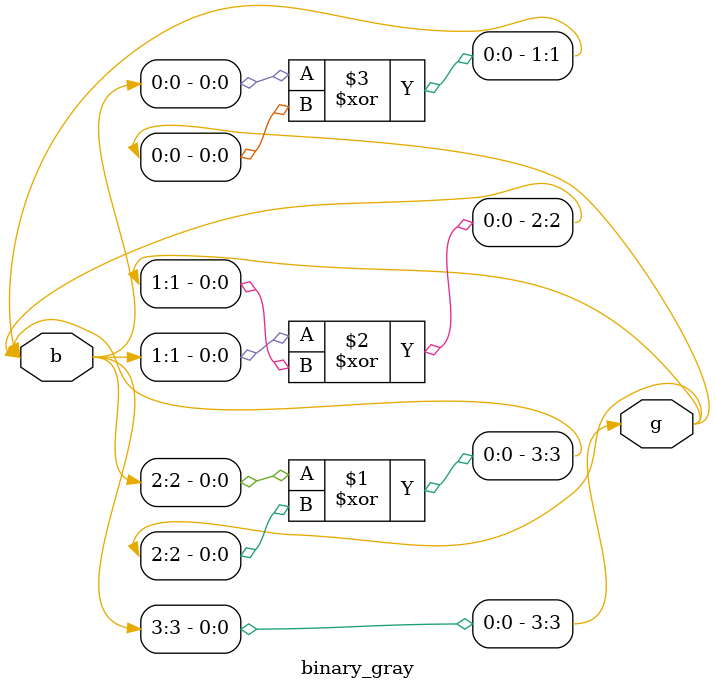
<source format=v>

 module binary_gray(b,g);
 input[3:0]b;
 output[3:0]g;
 buf g1(b[3],g[3]);
 xor g2(b[3],b[2],g[2]);
 xor g3(b[2],b[1],g[1]);
 xor g4(b[1],b[0],g[0]);
 endmodule

</source>
